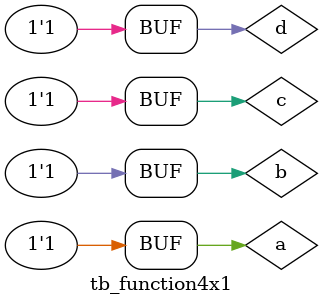
<source format=v>
/*--  *******************************************************
--  Computer Architecture Course, Laboratory Sources 
--  Amirkabir University of Technology (Tehran Polytechnic)
--  Department of Computer Engineering (CE-AUT)
--  https://ce[dot]aut[dot]ac[dot]ir
--  *******************************************************
--  All Rights reserved (C) 2019-2020
--  *******************************************************
--  Student ID  : 
--  Student Name: 
--  Student Mail: 
--  *******************************************************
--  Additional Comments:
--
--*/

/*-----------------------------------------------------------
---  Module Name:  Function Testbench
---  Description: Lab 05 Part 4 
-----------------------------------------------------------*/
`timescale 1 ns/1 ns


module tb_function4x1 ();

	
reg a;
reg b;
reg c;
reg d;
 
wire f;
	function4x1 test_function4x1 (.a(a), .b(b), .c(c), .d(d), .f(f));


	initial 
		begin
		
		a <= 1'b0; b <= 1'b0; c <= 1'b0; d <= 1'b0;
		# 10 ;
		
		a <= 1'b0; b <= 1'b0; c <= 1'b0; d <= 1'b1;
		# 10 ;
		
		a <= 1'b0; b <= 1'b0; c <= 1'b1; d <= 1'b0;
		# 10 ;
		
		a <= 1'b0; b <= 1'b0; c <= 1'b1; d <= 1'b1;
		# 10 ;
		
		a <= 1'b0; b <= 1'b1; c <= 1'b0; d <= 1'b0;
		# 10 ;
		
		a <= 1'b0; b <= 1'b1; c <= 1'b0; d <= 1'b1;
		# 10 ;
		
		a <= 1'b0; b <= 1'b1; c <= 1'b1; d <= 1'b0;
		# 10 ;
		
		a <= 1'b0; b <= 1'b1; c <= 1'b1; d <= 1'b1;
		# 10 ;
		
		a <= 1'b1; b <= 1'b0; c <= 1'b0; d <= 1'b0;
		# 10 ;
		
		a <= 1'b1; b <= 1'b0; c <= 1'b0; d <= 1'b1;
		# 10 ;
		
		a <= 1'b1; b <= 1'b0; c <= 1'b1; d <= 1'b0;
		# 10 ;
		
		a <= 1'b1; b <= 1'b0; c <= 1'b1; d <= 1'b1;
		# 10 ;
		
		a <= 1'b1; b <= 1'b1; c <= 1'b0; d <= 1'b0;
		# 10 ;
		
		a <= 1'b1; b <= 1'b1; c <= 1'b0; d <= 1'b1;
		# 10 ;
		
		a <= 1'b1; b <= 1'b1; c <= 1'b1; d <= 1'b0;
		# 10 ;
		
		a <= 1'b1; b <= 1'b1; c <= 1'b1; d <= 1'b1;
		# 10 ;
		
	end

endmodule


</source>
